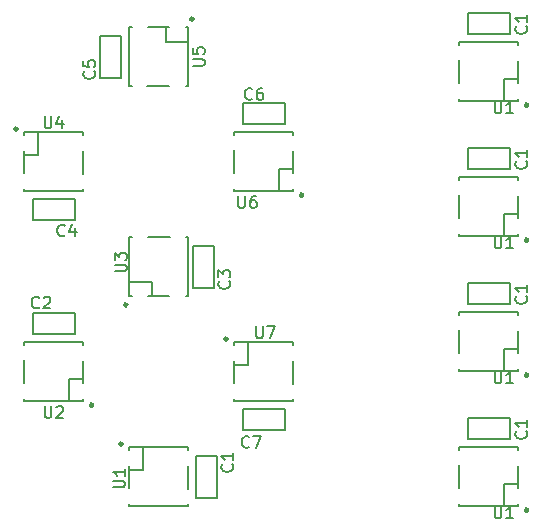
<source format=gto>
G04 #@! TF.FileFunction,Legend,Top*
%FSLAX46Y46*%
G04 Gerber Fmt 4.6, Leading zero omitted, Abs format (unit mm)*
G04 Created by KiCad (PCBNEW (2015-07-07 BZR 5906)-product) date Tue 21 Jul 2015 01:08:41 PM EDT*
%MOMM*%
G01*
G04 APERTURE LIST*
%ADD10C,0.100000*%
%ADD11C,0.180000*%
%ADD12C,0.300000*%
G04 APERTURE END LIST*
D10*
D11*
X161544000Y-114427000D02*
X157988000Y-114427000D01*
X157988000Y-114427000D02*
X157988000Y-112649000D01*
X157988000Y-112649000D02*
X161544000Y-112649000D01*
X161544000Y-112649000D02*
X161544000Y-114427000D01*
X161544000Y-125857000D02*
X157988000Y-125857000D01*
X157988000Y-125857000D02*
X157988000Y-124079000D01*
X157988000Y-124079000D02*
X161544000Y-124079000D01*
X161544000Y-124079000D02*
X161544000Y-125857000D01*
X161544000Y-102997000D02*
X157988000Y-102997000D01*
X157988000Y-102997000D02*
X157988000Y-101219000D01*
X157988000Y-101219000D02*
X161544000Y-101219000D01*
X161544000Y-101219000D02*
X161544000Y-102997000D01*
X135001000Y-130810000D02*
X135001000Y-127254000D01*
X135001000Y-127254000D02*
X136779000Y-127254000D01*
X136779000Y-127254000D02*
X136779000Y-130810000D01*
X136779000Y-130810000D02*
X135001000Y-130810000D01*
X121158000Y-115189000D02*
X124714000Y-115189000D01*
X124714000Y-115189000D02*
X124714000Y-116967000D01*
X124714000Y-116967000D02*
X121158000Y-116967000D01*
X121158000Y-116967000D02*
X121158000Y-115189000D01*
X136525000Y-109474000D02*
X136525000Y-113030000D01*
X136525000Y-113030000D02*
X134747000Y-113030000D01*
X134747000Y-113030000D02*
X134747000Y-109474000D01*
X134747000Y-109474000D02*
X136525000Y-109474000D01*
X124714000Y-107315000D02*
X121158000Y-107315000D01*
X121158000Y-107315000D02*
X121158000Y-105537000D01*
X121158000Y-105537000D02*
X124714000Y-105537000D01*
X124714000Y-105537000D02*
X124714000Y-107315000D01*
X126873000Y-95250000D02*
X126873000Y-91694000D01*
X126873000Y-91694000D02*
X128651000Y-91694000D01*
X128651000Y-91694000D02*
X128651000Y-95250000D01*
X128651000Y-95250000D02*
X126873000Y-95250000D01*
X138938000Y-97409000D02*
X142494000Y-97409000D01*
X142494000Y-97409000D02*
X142494000Y-99187000D01*
X142494000Y-99187000D02*
X138938000Y-99187000D01*
X138938000Y-99187000D02*
X138938000Y-97409000D01*
X142494000Y-125095000D02*
X138938000Y-125095000D01*
X138938000Y-125095000D02*
X138938000Y-123317000D01*
X138938000Y-123317000D02*
X142494000Y-123317000D01*
X142494000Y-123317000D02*
X142494000Y-125095000D01*
X161544000Y-91567000D02*
X157988000Y-91567000D01*
X157988000Y-91567000D02*
X157988000Y-89789000D01*
X157988000Y-89789000D02*
X161544000Y-89789000D01*
X161544000Y-89789000D02*
X161544000Y-91567000D01*
X162266000Y-95342000D02*
X161066000Y-95342000D01*
X161066000Y-95342000D02*
X161066000Y-97242000D01*
D12*
X163066000Y-97542000D02*
G75*
G03X163066000Y-97542000I-100000J0D01*
G01*
D11*
X162266000Y-92442000D02*
X162266000Y-92242000D01*
X162266000Y-92242000D02*
X157266000Y-92242000D01*
X157266000Y-92242000D02*
X157266000Y-92442000D01*
X162266000Y-95642000D02*
X162266000Y-93842000D01*
X157266000Y-97242000D02*
X162266000Y-97242000D01*
X162266000Y-97242000D02*
X162266000Y-97042000D01*
X157266000Y-97242000D02*
X157266000Y-97042000D01*
X157266000Y-93742000D02*
X157266000Y-95642000D01*
X138216000Y-119542000D02*
X139416000Y-119542000D01*
X139416000Y-119542000D02*
X139416000Y-117642000D01*
D12*
X137616000Y-117342000D02*
G75*
G03X137616000Y-117342000I-100000J0D01*
G01*
D11*
X138216000Y-122442000D02*
X138216000Y-122642000D01*
X138216000Y-122642000D02*
X143216000Y-122642000D01*
X143216000Y-122642000D02*
X143216000Y-122442000D01*
X138216000Y-119242000D02*
X138216000Y-121042000D01*
X143216000Y-117642000D02*
X138216000Y-117642000D01*
X138216000Y-117642000D02*
X138216000Y-117842000D01*
X143216000Y-117642000D02*
X143216000Y-117842000D01*
X143216000Y-121142000D02*
X143216000Y-119242000D01*
X143216000Y-102962000D02*
X142016000Y-102962000D01*
X142016000Y-102962000D02*
X142016000Y-104862000D01*
D12*
X144016000Y-105162000D02*
G75*
G03X144016000Y-105162000I-100000J0D01*
G01*
D11*
X143216000Y-100062000D02*
X143216000Y-99862000D01*
X143216000Y-99862000D02*
X138216000Y-99862000D01*
X138216000Y-99862000D02*
X138216000Y-100062000D01*
X143216000Y-103262000D02*
X143216000Y-101462000D01*
X138216000Y-104862000D02*
X143216000Y-104862000D01*
X143216000Y-104862000D02*
X143216000Y-104662000D01*
X138216000Y-104862000D02*
X138216000Y-104662000D01*
X138216000Y-101362000D02*
X138216000Y-103262000D01*
X132426000Y-90972000D02*
X132426000Y-92172000D01*
X132426000Y-92172000D02*
X134326000Y-92172000D01*
D12*
X134726000Y-90272000D02*
G75*
G03X134726000Y-90272000I-100000J0D01*
G01*
D11*
X129526000Y-90972000D02*
X129326000Y-90972000D01*
X129326000Y-90972000D02*
X129326000Y-95972000D01*
X129326000Y-95972000D02*
X129526000Y-95972000D01*
X132726000Y-90972000D02*
X130926000Y-90972000D01*
X134326000Y-95972000D02*
X134326000Y-90972000D01*
X134326000Y-90972000D02*
X134126000Y-90972000D01*
X134326000Y-95972000D02*
X134126000Y-95972000D01*
X130826000Y-95972000D02*
X132726000Y-95972000D01*
X120436000Y-101762000D02*
X121636000Y-101762000D01*
X121636000Y-101762000D02*
X121636000Y-99862000D01*
D12*
X119836000Y-99562000D02*
G75*
G03X119836000Y-99562000I-100000J0D01*
G01*
D11*
X120436000Y-104662000D02*
X120436000Y-104862000D01*
X120436000Y-104862000D02*
X125436000Y-104862000D01*
X125436000Y-104862000D02*
X125436000Y-104662000D01*
X120436000Y-101462000D02*
X120436000Y-103262000D01*
X125436000Y-99862000D02*
X120436000Y-99862000D01*
X120436000Y-99862000D02*
X120436000Y-100062000D01*
X125436000Y-99862000D02*
X125436000Y-100062000D01*
X125436000Y-103362000D02*
X125436000Y-101462000D01*
X131226000Y-113752000D02*
X131226000Y-112552000D01*
X131226000Y-112552000D02*
X129326000Y-112552000D01*
D12*
X129126000Y-114452000D02*
G75*
G03X129126000Y-114452000I-100000J0D01*
G01*
D11*
X134126000Y-113752000D02*
X134326000Y-113752000D01*
X134326000Y-113752000D02*
X134326000Y-108752000D01*
X134326000Y-108752000D02*
X134126000Y-108752000D01*
X130926000Y-113752000D02*
X132726000Y-113752000D01*
X129326000Y-108752000D02*
X129326000Y-113752000D01*
X129326000Y-113752000D02*
X129526000Y-113752000D01*
X129326000Y-108752000D02*
X129526000Y-108752000D01*
X132826000Y-108752000D02*
X130926000Y-108752000D01*
X125436000Y-120742000D02*
X124236000Y-120742000D01*
X124236000Y-120742000D02*
X124236000Y-122642000D01*
D12*
X126236000Y-122942000D02*
G75*
G03X126236000Y-122942000I-100000J0D01*
G01*
D11*
X125436000Y-117842000D02*
X125436000Y-117642000D01*
X125436000Y-117642000D02*
X120436000Y-117642000D01*
X120436000Y-117642000D02*
X120436000Y-117842000D01*
X125436000Y-121042000D02*
X125436000Y-119242000D01*
X120436000Y-122642000D02*
X125436000Y-122642000D01*
X125436000Y-122642000D02*
X125436000Y-122442000D01*
X120436000Y-122642000D02*
X120436000Y-122442000D01*
X120436000Y-119142000D02*
X120436000Y-121042000D01*
X129326000Y-128432000D02*
X130526000Y-128432000D01*
X130526000Y-128432000D02*
X130526000Y-126532000D01*
D12*
X128726000Y-126232000D02*
G75*
G03X128726000Y-126232000I-100000J0D01*
G01*
D11*
X129326000Y-131332000D02*
X129326000Y-131532000D01*
X129326000Y-131532000D02*
X134326000Y-131532000D01*
X134326000Y-131532000D02*
X134326000Y-131332000D01*
X129326000Y-128132000D02*
X129326000Y-129932000D01*
X134326000Y-126532000D02*
X129326000Y-126532000D01*
X129326000Y-126532000D02*
X129326000Y-126732000D01*
X134326000Y-126532000D02*
X134326000Y-126732000D01*
X134326000Y-130032000D02*
X134326000Y-128132000D01*
X162266000Y-106772000D02*
X161066000Y-106772000D01*
X161066000Y-106772000D02*
X161066000Y-108672000D01*
D12*
X163066000Y-108972000D02*
G75*
G03X163066000Y-108972000I-100000J0D01*
G01*
D11*
X162266000Y-103872000D02*
X162266000Y-103672000D01*
X162266000Y-103672000D02*
X157266000Y-103672000D01*
X157266000Y-103672000D02*
X157266000Y-103872000D01*
X162266000Y-107072000D02*
X162266000Y-105272000D01*
X157266000Y-108672000D02*
X162266000Y-108672000D01*
X162266000Y-108672000D02*
X162266000Y-108472000D01*
X157266000Y-108672000D02*
X157266000Y-108472000D01*
X157266000Y-105172000D02*
X157266000Y-107072000D01*
X162266000Y-129632000D02*
X161066000Y-129632000D01*
X161066000Y-129632000D02*
X161066000Y-131532000D01*
D12*
X163066000Y-131832000D02*
G75*
G03X163066000Y-131832000I-100000J0D01*
G01*
D11*
X162266000Y-126732000D02*
X162266000Y-126532000D01*
X162266000Y-126532000D02*
X157266000Y-126532000D01*
X157266000Y-126532000D02*
X157266000Y-126732000D01*
X162266000Y-129932000D02*
X162266000Y-128132000D01*
X157266000Y-131532000D02*
X162266000Y-131532000D01*
X162266000Y-131532000D02*
X162266000Y-131332000D01*
X157266000Y-131532000D02*
X157266000Y-131332000D01*
X157266000Y-128032000D02*
X157266000Y-129932000D01*
X162266000Y-118202000D02*
X161066000Y-118202000D01*
X161066000Y-118202000D02*
X161066000Y-120102000D01*
D12*
X163066000Y-120402000D02*
G75*
G03X163066000Y-120402000I-100000J0D01*
G01*
D11*
X162266000Y-115302000D02*
X162266000Y-115102000D01*
X162266000Y-115102000D02*
X157266000Y-115102000D01*
X157266000Y-115102000D02*
X157266000Y-115302000D01*
X162266000Y-118502000D02*
X162266000Y-116702000D01*
X157266000Y-120102000D02*
X162266000Y-120102000D01*
X162266000Y-120102000D02*
X162266000Y-119902000D01*
X157266000Y-120102000D02*
X157266000Y-119902000D01*
X157266000Y-116602000D02*
X157266000Y-118502000D01*
X162925143Y-113744476D02*
X162972762Y-113792095D01*
X163020381Y-113934952D01*
X163020381Y-114030190D01*
X162972762Y-114173048D01*
X162877524Y-114268286D01*
X162782286Y-114315905D01*
X162591810Y-114363524D01*
X162448952Y-114363524D01*
X162258476Y-114315905D01*
X162163238Y-114268286D01*
X162068000Y-114173048D01*
X162020381Y-114030190D01*
X162020381Y-113934952D01*
X162068000Y-113792095D01*
X162115619Y-113744476D01*
X163020381Y-112792095D02*
X163020381Y-113363524D01*
X163020381Y-113077810D02*
X162020381Y-113077810D01*
X162163238Y-113173048D01*
X162258476Y-113268286D01*
X162306095Y-113363524D01*
X162925143Y-125174476D02*
X162972762Y-125222095D01*
X163020381Y-125364952D01*
X163020381Y-125460190D01*
X162972762Y-125603048D01*
X162877524Y-125698286D01*
X162782286Y-125745905D01*
X162591810Y-125793524D01*
X162448952Y-125793524D01*
X162258476Y-125745905D01*
X162163238Y-125698286D01*
X162068000Y-125603048D01*
X162020381Y-125460190D01*
X162020381Y-125364952D01*
X162068000Y-125222095D01*
X162115619Y-125174476D01*
X163020381Y-124222095D02*
X163020381Y-124793524D01*
X163020381Y-124507810D02*
X162020381Y-124507810D01*
X162163238Y-124603048D01*
X162258476Y-124698286D01*
X162306095Y-124793524D01*
X162925143Y-102314476D02*
X162972762Y-102362095D01*
X163020381Y-102504952D01*
X163020381Y-102600190D01*
X162972762Y-102743048D01*
X162877524Y-102838286D01*
X162782286Y-102885905D01*
X162591810Y-102933524D01*
X162448952Y-102933524D01*
X162258476Y-102885905D01*
X162163238Y-102838286D01*
X162068000Y-102743048D01*
X162020381Y-102600190D01*
X162020381Y-102504952D01*
X162068000Y-102362095D01*
X162115619Y-102314476D01*
X163020381Y-101362095D02*
X163020381Y-101933524D01*
X163020381Y-101647810D02*
X162020381Y-101647810D01*
X162163238Y-101743048D01*
X162258476Y-101838286D01*
X162306095Y-101933524D01*
X138033143Y-127968476D02*
X138080762Y-128016095D01*
X138128381Y-128158952D01*
X138128381Y-128254190D01*
X138080762Y-128397048D01*
X137985524Y-128492286D01*
X137890286Y-128539905D01*
X137699810Y-128587524D01*
X137556952Y-128587524D01*
X137366476Y-128539905D01*
X137271238Y-128492286D01*
X137176000Y-128397048D01*
X137128381Y-128254190D01*
X137128381Y-128158952D01*
X137176000Y-128016095D01*
X137223619Y-127968476D01*
X138128381Y-127016095D02*
X138128381Y-127587524D01*
X138128381Y-127301810D02*
X137128381Y-127301810D01*
X137271238Y-127397048D01*
X137366476Y-127492286D01*
X137414095Y-127587524D01*
X121713524Y-114665143D02*
X121665905Y-114712762D01*
X121523048Y-114760381D01*
X121427810Y-114760381D01*
X121284952Y-114712762D01*
X121189714Y-114617524D01*
X121142095Y-114522286D01*
X121094476Y-114331810D01*
X121094476Y-114188952D01*
X121142095Y-113998476D01*
X121189714Y-113903238D01*
X121284952Y-113808000D01*
X121427810Y-113760381D01*
X121523048Y-113760381D01*
X121665905Y-113808000D01*
X121713524Y-113855619D01*
X122094476Y-113855619D02*
X122142095Y-113808000D01*
X122237333Y-113760381D01*
X122475429Y-113760381D01*
X122570667Y-113808000D01*
X122618286Y-113855619D01*
X122665905Y-113950857D01*
X122665905Y-114046095D01*
X122618286Y-114188952D01*
X122046857Y-114760381D01*
X122665905Y-114760381D01*
X137779143Y-112474476D02*
X137826762Y-112522095D01*
X137874381Y-112664952D01*
X137874381Y-112760190D01*
X137826762Y-112903048D01*
X137731524Y-112998286D01*
X137636286Y-113045905D01*
X137445810Y-113093524D01*
X137302952Y-113093524D01*
X137112476Y-113045905D01*
X137017238Y-112998286D01*
X136922000Y-112903048D01*
X136874381Y-112760190D01*
X136874381Y-112664952D01*
X136922000Y-112522095D01*
X136969619Y-112474476D01*
X136874381Y-112141143D02*
X136874381Y-111522095D01*
X137255333Y-111855429D01*
X137255333Y-111712571D01*
X137302952Y-111617333D01*
X137350571Y-111569714D01*
X137445810Y-111522095D01*
X137683905Y-111522095D01*
X137779143Y-111569714D01*
X137826762Y-111617333D01*
X137874381Y-111712571D01*
X137874381Y-111998286D01*
X137826762Y-112093524D01*
X137779143Y-112141143D01*
X123872524Y-108569143D02*
X123824905Y-108616762D01*
X123682048Y-108664381D01*
X123586810Y-108664381D01*
X123443952Y-108616762D01*
X123348714Y-108521524D01*
X123301095Y-108426286D01*
X123253476Y-108235810D01*
X123253476Y-108092952D01*
X123301095Y-107902476D01*
X123348714Y-107807238D01*
X123443952Y-107712000D01*
X123586810Y-107664381D01*
X123682048Y-107664381D01*
X123824905Y-107712000D01*
X123872524Y-107759619D01*
X124729667Y-107997714D02*
X124729667Y-108664381D01*
X124491571Y-107616762D02*
X124253476Y-108331048D01*
X124872524Y-108331048D01*
X126349143Y-94694476D02*
X126396762Y-94742095D01*
X126444381Y-94884952D01*
X126444381Y-94980190D01*
X126396762Y-95123048D01*
X126301524Y-95218286D01*
X126206286Y-95265905D01*
X126015810Y-95313524D01*
X125872952Y-95313524D01*
X125682476Y-95265905D01*
X125587238Y-95218286D01*
X125492000Y-95123048D01*
X125444381Y-94980190D01*
X125444381Y-94884952D01*
X125492000Y-94742095D01*
X125539619Y-94694476D01*
X125444381Y-93789714D02*
X125444381Y-94265905D01*
X125920571Y-94313524D01*
X125872952Y-94265905D01*
X125825333Y-94170667D01*
X125825333Y-93932571D01*
X125872952Y-93837333D01*
X125920571Y-93789714D01*
X126015810Y-93742095D01*
X126253905Y-93742095D01*
X126349143Y-93789714D01*
X126396762Y-93837333D01*
X126444381Y-93932571D01*
X126444381Y-94170667D01*
X126396762Y-94265905D01*
X126349143Y-94313524D01*
X139747524Y-97012143D02*
X139699905Y-97059762D01*
X139557048Y-97107381D01*
X139461810Y-97107381D01*
X139318952Y-97059762D01*
X139223714Y-96964524D01*
X139176095Y-96869286D01*
X139128476Y-96678810D01*
X139128476Y-96535952D01*
X139176095Y-96345476D01*
X139223714Y-96250238D01*
X139318952Y-96155000D01*
X139461810Y-96107381D01*
X139557048Y-96107381D01*
X139699905Y-96155000D01*
X139747524Y-96202619D01*
X140604667Y-96107381D02*
X140414190Y-96107381D01*
X140318952Y-96155000D01*
X140271333Y-96202619D01*
X140176095Y-96345476D01*
X140128476Y-96535952D01*
X140128476Y-96916905D01*
X140176095Y-97012143D01*
X140223714Y-97059762D01*
X140318952Y-97107381D01*
X140509429Y-97107381D01*
X140604667Y-97059762D01*
X140652286Y-97012143D01*
X140699905Y-96916905D01*
X140699905Y-96678810D01*
X140652286Y-96583571D01*
X140604667Y-96535952D01*
X140509429Y-96488333D01*
X140318952Y-96488333D01*
X140223714Y-96535952D01*
X140176095Y-96583571D01*
X140128476Y-96678810D01*
X139493524Y-126476143D02*
X139445905Y-126523762D01*
X139303048Y-126571381D01*
X139207810Y-126571381D01*
X139064952Y-126523762D01*
X138969714Y-126428524D01*
X138922095Y-126333286D01*
X138874476Y-126142810D01*
X138874476Y-125999952D01*
X138922095Y-125809476D01*
X138969714Y-125714238D01*
X139064952Y-125619000D01*
X139207810Y-125571381D01*
X139303048Y-125571381D01*
X139445905Y-125619000D01*
X139493524Y-125666619D01*
X139826857Y-125571381D02*
X140493524Y-125571381D01*
X140064952Y-126571381D01*
X162925143Y-90884476D02*
X162972762Y-90932095D01*
X163020381Y-91074952D01*
X163020381Y-91170190D01*
X162972762Y-91313048D01*
X162877524Y-91408286D01*
X162782286Y-91455905D01*
X162591810Y-91503524D01*
X162448952Y-91503524D01*
X162258476Y-91455905D01*
X162163238Y-91408286D01*
X162068000Y-91313048D01*
X162020381Y-91170190D01*
X162020381Y-91074952D01*
X162068000Y-90932095D01*
X162115619Y-90884476D01*
X163020381Y-89932095D02*
X163020381Y-90503524D01*
X163020381Y-90217810D02*
X162020381Y-90217810D01*
X162163238Y-90313048D01*
X162258476Y-90408286D01*
X162306095Y-90503524D01*
X160274095Y-97242381D02*
X160274095Y-98051905D01*
X160321714Y-98147143D01*
X160369333Y-98194762D01*
X160464571Y-98242381D01*
X160655048Y-98242381D01*
X160750286Y-98194762D01*
X160797905Y-98147143D01*
X160845524Y-98051905D01*
X160845524Y-97242381D01*
X161845524Y-98242381D02*
X161274095Y-98242381D01*
X161559809Y-98242381D02*
X161559809Y-97242381D01*
X161464571Y-97385238D01*
X161369333Y-97480476D01*
X161274095Y-97528095D01*
X140081095Y-116292381D02*
X140081095Y-117101905D01*
X140128714Y-117197143D01*
X140176333Y-117244762D01*
X140271571Y-117292381D01*
X140462048Y-117292381D01*
X140557286Y-117244762D01*
X140604905Y-117197143D01*
X140652524Y-117101905D01*
X140652524Y-116292381D01*
X141033476Y-116292381D02*
X141700143Y-116292381D01*
X141271571Y-117292381D01*
X138557095Y-105243381D02*
X138557095Y-106052905D01*
X138604714Y-106148143D01*
X138652333Y-106195762D01*
X138747571Y-106243381D01*
X138938048Y-106243381D01*
X139033286Y-106195762D01*
X139080905Y-106148143D01*
X139128524Y-106052905D01*
X139128524Y-105243381D01*
X140033286Y-105243381D02*
X139842809Y-105243381D01*
X139747571Y-105291000D01*
X139699952Y-105338619D01*
X139604714Y-105481476D01*
X139557095Y-105671952D01*
X139557095Y-106052905D01*
X139604714Y-106148143D01*
X139652333Y-106195762D01*
X139747571Y-106243381D01*
X139938048Y-106243381D01*
X140033286Y-106195762D01*
X140080905Y-106148143D01*
X140128524Y-106052905D01*
X140128524Y-105814810D01*
X140080905Y-105719571D01*
X140033286Y-105671952D01*
X139938048Y-105624333D01*
X139747571Y-105624333D01*
X139652333Y-105671952D01*
X139604714Y-105719571D01*
X139557095Y-105814810D01*
X134707381Y-94233905D02*
X135516905Y-94233905D01*
X135612143Y-94186286D01*
X135659762Y-94138667D01*
X135707381Y-94043429D01*
X135707381Y-93852952D01*
X135659762Y-93757714D01*
X135612143Y-93710095D01*
X135516905Y-93662476D01*
X134707381Y-93662476D01*
X134707381Y-92710095D02*
X134707381Y-93186286D01*
X135183571Y-93233905D01*
X135135952Y-93186286D01*
X135088333Y-93091048D01*
X135088333Y-92852952D01*
X135135952Y-92757714D01*
X135183571Y-92710095D01*
X135278810Y-92662476D01*
X135516905Y-92662476D01*
X135612143Y-92710095D01*
X135659762Y-92757714D01*
X135707381Y-92852952D01*
X135707381Y-93091048D01*
X135659762Y-93186286D01*
X135612143Y-93233905D01*
X122174095Y-98512381D02*
X122174095Y-99321905D01*
X122221714Y-99417143D01*
X122269333Y-99464762D01*
X122364571Y-99512381D01*
X122555048Y-99512381D01*
X122650286Y-99464762D01*
X122697905Y-99417143D01*
X122745524Y-99321905D01*
X122745524Y-98512381D01*
X123650286Y-98845714D02*
X123650286Y-99512381D01*
X123412190Y-98464762D02*
X123174095Y-99179048D01*
X123793143Y-99179048D01*
X128103381Y-111632905D02*
X128912905Y-111632905D01*
X129008143Y-111585286D01*
X129055762Y-111537667D01*
X129103381Y-111442429D01*
X129103381Y-111251952D01*
X129055762Y-111156714D01*
X129008143Y-111109095D01*
X128912905Y-111061476D01*
X128103381Y-111061476D01*
X128103381Y-110680524D02*
X128103381Y-110061476D01*
X128484333Y-110394810D01*
X128484333Y-110251952D01*
X128531952Y-110156714D01*
X128579571Y-110109095D01*
X128674810Y-110061476D01*
X128912905Y-110061476D01*
X129008143Y-110109095D01*
X129055762Y-110156714D01*
X129103381Y-110251952D01*
X129103381Y-110537667D01*
X129055762Y-110632905D01*
X129008143Y-110680524D01*
X122174095Y-123023381D02*
X122174095Y-123832905D01*
X122221714Y-123928143D01*
X122269333Y-123975762D01*
X122364571Y-124023381D01*
X122555048Y-124023381D01*
X122650286Y-123975762D01*
X122697905Y-123928143D01*
X122745524Y-123832905D01*
X122745524Y-123023381D01*
X123174095Y-123118619D02*
X123221714Y-123071000D01*
X123316952Y-123023381D01*
X123555048Y-123023381D01*
X123650286Y-123071000D01*
X123697905Y-123118619D01*
X123745524Y-123213857D01*
X123745524Y-123309095D01*
X123697905Y-123451952D01*
X123126476Y-124023381D01*
X123745524Y-124023381D01*
X127976381Y-129920905D02*
X128785905Y-129920905D01*
X128881143Y-129873286D01*
X128928762Y-129825667D01*
X128976381Y-129730429D01*
X128976381Y-129539952D01*
X128928762Y-129444714D01*
X128881143Y-129397095D01*
X128785905Y-129349476D01*
X127976381Y-129349476D01*
X128976381Y-128349476D02*
X128976381Y-128920905D01*
X128976381Y-128635191D02*
X127976381Y-128635191D01*
X128119238Y-128730429D01*
X128214476Y-128825667D01*
X128262095Y-128920905D01*
X160274095Y-108672381D02*
X160274095Y-109481905D01*
X160321714Y-109577143D01*
X160369333Y-109624762D01*
X160464571Y-109672381D01*
X160655048Y-109672381D01*
X160750286Y-109624762D01*
X160797905Y-109577143D01*
X160845524Y-109481905D01*
X160845524Y-108672381D01*
X161845524Y-109672381D02*
X161274095Y-109672381D01*
X161559809Y-109672381D02*
X161559809Y-108672381D01*
X161464571Y-108815238D01*
X161369333Y-108910476D01*
X161274095Y-108958095D01*
X160274095Y-131532381D02*
X160274095Y-132341905D01*
X160321714Y-132437143D01*
X160369333Y-132484762D01*
X160464571Y-132532381D01*
X160655048Y-132532381D01*
X160750286Y-132484762D01*
X160797905Y-132437143D01*
X160845524Y-132341905D01*
X160845524Y-131532381D01*
X161845524Y-132532381D02*
X161274095Y-132532381D01*
X161559809Y-132532381D02*
X161559809Y-131532381D01*
X161464571Y-131675238D01*
X161369333Y-131770476D01*
X161274095Y-131818095D01*
X160274095Y-120102381D02*
X160274095Y-120911905D01*
X160321714Y-121007143D01*
X160369333Y-121054762D01*
X160464571Y-121102381D01*
X160655048Y-121102381D01*
X160750286Y-121054762D01*
X160797905Y-121007143D01*
X160845524Y-120911905D01*
X160845524Y-120102381D01*
X161845524Y-121102381D02*
X161274095Y-121102381D01*
X161559809Y-121102381D02*
X161559809Y-120102381D01*
X161464571Y-120245238D01*
X161369333Y-120340476D01*
X161274095Y-120388095D01*
M02*

</source>
